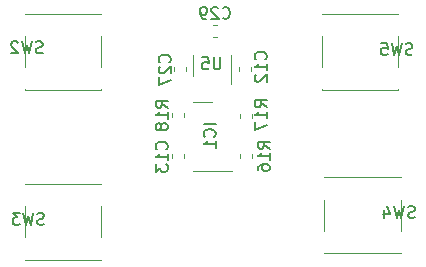
<source format=gbr>
G04 #@! TF.GenerationSoftware,KiCad,Pcbnew,(5.1.6-0-10_14)*
G04 #@! TF.CreationDate,2020-09-10T17:51:43+08:00*
G04 #@! TF.ProjectId,Watch_F4,57617463-685f-4463-942e-6b696361645f,rev?*
G04 #@! TF.SameCoordinates,Original*
G04 #@! TF.FileFunction,Legend,Bot*
G04 #@! TF.FilePolarity,Positive*
%FSLAX46Y46*%
G04 Gerber Fmt 4.6, Leading zero omitted, Abs format (unit mm)*
G04 Created by KiCad (PCBNEW (5.1.6-0-10_14)) date 2020-09-10 17:51:43*
%MOMM*%
%LPD*%
G01*
G04 APERTURE LIST*
%ADD10C,0.120000*%
%ADD11C,0.150000*%
G04 APERTURE END LIST*
D10*
X148406267Y-96500000D02*
X148063733Y-96500000D01*
X148406267Y-97520000D02*
X148063733Y-97520000D01*
X138580000Y-116430000D02*
X138580000Y-116400000D01*
X138580000Y-109970000D02*
X138580000Y-110000000D01*
X132120000Y-109970000D02*
X132120000Y-110000000D01*
X132120000Y-116400000D02*
X132120000Y-116430000D01*
X138580000Y-114500000D02*
X138580000Y-111900000D01*
X132120000Y-116430000D02*
X138580000Y-116430000D01*
X132120000Y-114500000D02*
X132120000Y-111900000D01*
X132120000Y-109970000D02*
X138580000Y-109970000D01*
X163758000Y-102030000D02*
X163758000Y-102000000D01*
X163758000Y-95570000D02*
X163758000Y-95600000D01*
X157298000Y-95570000D02*
X157298000Y-95600000D01*
X157298000Y-102000000D02*
X157298000Y-102030000D01*
X163758000Y-100100000D02*
X163758000Y-97500000D01*
X157298000Y-102030000D02*
X163758000Y-102030000D01*
X157298000Y-100100000D02*
X157298000Y-97500000D01*
X157298000Y-95570000D02*
X163758000Y-95570000D01*
X163950000Y-115880000D02*
X163950000Y-115850000D01*
X163950000Y-109420000D02*
X163950000Y-109450000D01*
X157490000Y-109420000D02*
X157490000Y-109450000D01*
X157490000Y-115850000D02*
X157490000Y-115880000D01*
X163950000Y-113950000D02*
X163950000Y-111350000D01*
X157490000Y-115880000D02*
X163950000Y-115880000D01*
X157490000Y-113950000D02*
X157490000Y-111350000D01*
X157490000Y-109420000D02*
X163950000Y-109420000D01*
X132120000Y-95570000D02*
X132120000Y-95600000D01*
X132120000Y-102030000D02*
X132120000Y-102000000D01*
X138580000Y-102030000D02*
X138580000Y-102000000D01*
X138580000Y-95600000D02*
X138580000Y-95570000D01*
X132120000Y-97500000D02*
X132120000Y-100100000D01*
X138580000Y-95570000D02*
X132120000Y-95570000D01*
X138580000Y-97500000D02*
X138580000Y-100100000D01*
X138580000Y-102030000D02*
X132120000Y-102030000D01*
X146410000Y-100895000D02*
X146410000Y-99095000D01*
X149630000Y-99095000D02*
X149630000Y-101545000D01*
X144740000Y-100073733D02*
X144740000Y-100416267D01*
X145760000Y-100073733D02*
X145760000Y-100416267D01*
X150280000Y-100073733D02*
X150280000Y-100416267D01*
X151300000Y-100073733D02*
X151300000Y-100416267D01*
X145620000Y-104346267D02*
X145620000Y-104003733D01*
X144600000Y-104346267D02*
X144600000Y-104003733D01*
X150360000Y-104048733D02*
X150360000Y-104391267D01*
X151380000Y-104048733D02*
X151380000Y-104391267D01*
X151380000Y-107811267D02*
X151380000Y-107468733D01*
X150360000Y-107811267D02*
X150360000Y-107468733D01*
X148000000Y-103080000D02*
X146360000Y-103080000D01*
X146340000Y-108900000D02*
X149650000Y-108900000D01*
X145630000Y-107816267D02*
X145630000Y-107473733D01*
X144610000Y-107816267D02*
X144610000Y-107473733D01*
D11*
X148877857Y-95937142D02*
X148925476Y-95984761D01*
X149068333Y-96032380D01*
X149163571Y-96032380D01*
X149306428Y-95984761D01*
X149401666Y-95889523D01*
X149449285Y-95794285D01*
X149496904Y-95603809D01*
X149496904Y-95460952D01*
X149449285Y-95270476D01*
X149401666Y-95175238D01*
X149306428Y-95080000D01*
X149163571Y-95032380D01*
X149068333Y-95032380D01*
X148925476Y-95080000D01*
X148877857Y-95127619D01*
X148496904Y-95127619D02*
X148449285Y-95080000D01*
X148354047Y-95032380D01*
X148115952Y-95032380D01*
X148020714Y-95080000D01*
X147973095Y-95127619D01*
X147925476Y-95222857D01*
X147925476Y-95318095D01*
X147973095Y-95460952D01*
X148544523Y-96032380D01*
X147925476Y-96032380D01*
X147449285Y-96032380D02*
X147258809Y-96032380D01*
X147163571Y-95984761D01*
X147115952Y-95937142D01*
X147020714Y-95794285D01*
X146973095Y-95603809D01*
X146973095Y-95222857D01*
X147020714Y-95127619D01*
X147068333Y-95080000D01*
X147163571Y-95032380D01*
X147354047Y-95032380D01*
X147449285Y-95080000D01*
X147496904Y-95127619D01*
X147544523Y-95222857D01*
X147544523Y-95460952D01*
X147496904Y-95556190D01*
X147449285Y-95603809D01*
X147354047Y-95651428D01*
X147163571Y-95651428D01*
X147068333Y-95603809D01*
X147020714Y-95556190D01*
X146973095Y-95460952D01*
X133763333Y-113404761D02*
X133620476Y-113452380D01*
X133382380Y-113452380D01*
X133287142Y-113404761D01*
X133239523Y-113357142D01*
X133191904Y-113261904D01*
X133191904Y-113166666D01*
X133239523Y-113071428D01*
X133287142Y-113023809D01*
X133382380Y-112976190D01*
X133572857Y-112928571D01*
X133668095Y-112880952D01*
X133715714Y-112833333D01*
X133763333Y-112738095D01*
X133763333Y-112642857D01*
X133715714Y-112547619D01*
X133668095Y-112500000D01*
X133572857Y-112452380D01*
X133334761Y-112452380D01*
X133191904Y-112500000D01*
X132858571Y-112452380D02*
X132620476Y-113452380D01*
X132430000Y-112738095D01*
X132239523Y-113452380D01*
X132001428Y-112452380D01*
X131715714Y-112452380D02*
X131096666Y-112452380D01*
X131430000Y-112833333D01*
X131287142Y-112833333D01*
X131191904Y-112880952D01*
X131144285Y-112928571D01*
X131096666Y-113023809D01*
X131096666Y-113261904D01*
X131144285Y-113357142D01*
X131191904Y-113404761D01*
X131287142Y-113452380D01*
X131572857Y-113452380D01*
X131668095Y-113404761D01*
X131715714Y-113357142D01*
X164943333Y-99024761D02*
X164800476Y-99072380D01*
X164562380Y-99072380D01*
X164467142Y-99024761D01*
X164419523Y-98977142D01*
X164371904Y-98881904D01*
X164371904Y-98786666D01*
X164419523Y-98691428D01*
X164467142Y-98643809D01*
X164562380Y-98596190D01*
X164752857Y-98548571D01*
X164848095Y-98500952D01*
X164895714Y-98453333D01*
X164943333Y-98358095D01*
X164943333Y-98262857D01*
X164895714Y-98167619D01*
X164848095Y-98120000D01*
X164752857Y-98072380D01*
X164514761Y-98072380D01*
X164371904Y-98120000D01*
X164038571Y-98072380D02*
X163800476Y-99072380D01*
X163610000Y-98358095D01*
X163419523Y-99072380D01*
X163181428Y-98072380D01*
X162324285Y-98072380D02*
X162800476Y-98072380D01*
X162848095Y-98548571D01*
X162800476Y-98500952D01*
X162705238Y-98453333D01*
X162467142Y-98453333D01*
X162371904Y-98500952D01*
X162324285Y-98548571D01*
X162276666Y-98643809D01*
X162276666Y-98881904D01*
X162324285Y-98977142D01*
X162371904Y-99024761D01*
X162467142Y-99072380D01*
X162705238Y-99072380D01*
X162800476Y-99024761D01*
X162848095Y-98977142D01*
X165143333Y-112834761D02*
X165000476Y-112882380D01*
X164762380Y-112882380D01*
X164667142Y-112834761D01*
X164619523Y-112787142D01*
X164571904Y-112691904D01*
X164571904Y-112596666D01*
X164619523Y-112501428D01*
X164667142Y-112453809D01*
X164762380Y-112406190D01*
X164952857Y-112358571D01*
X165048095Y-112310952D01*
X165095714Y-112263333D01*
X165143333Y-112168095D01*
X165143333Y-112072857D01*
X165095714Y-111977619D01*
X165048095Y-111930000D01*
X164952857Y-111882380D01*
X164714761Y-111882380D01*
X164571904Y-111930000D01*
X164238571Y-111882380D02*
X164000476Y-112882380D01*
X163810000Y-112168095D01*
X163619523Y-112882380D01*
X163381428Y-111882380D01*
X162571904Y-112215714D02*
X162571904Y-112882380D01*
X162810000Y-111834761D02*
X163048095Y-112549047D01*
X162429047Y-112549047D01*
X133633333Y-98884761D02*
X133490476Y-98932380D01*
X133252380Y-98932380D01*
X133157142Y-98884761D01*
X133109523Y-98837142D01*
X133061904Y-98741904D01*
X133061904Y-98646666D01*
X133109523Y-98551428D01*
X133157142Y-98503809D01*
X133252380Y-98456190D01*
X133442857Y-98408571D01*
X133538095Y-98360952D01*
X133585714Y-98313333D01*
X133633333Y-98218095D01*
X133633333Y-98122857D01*
X133585714Y-98027619D01*
X133538095Y-97980000D01*
X133442857Y-97932380D01*
X133204761Y-97932380D01*
X133061904Y-97980000D01*
X132728571Y-97932380D02*
X132490476Y-98932380D01*
X132300000Y-98218095D01*
X132109523Y-98932380D01*
X131871428Y-97932380D01*
X131538095Y-98027619D02*
X131490476Y-97980000D01*
X131395238Y-97932380D01*
X131157142Y-97932380D01*
X131061904Y-97980000D01*
X131014285Y-98027619D01*
X130966666Y-98122857D01*
X130966666Y-98218095D01*
X131014285Y-98360952D01*
X131585714Y-98932380D01*
X130966666Y-98932380D01*
X148696904Y-99287380D02*
X148696904Y-100096904D01*
X148649285Y-100192142D01*
X148601666Y-100239761D01*
X148506428Y-100287380D01*
X148315952Y-100287380D01*
X148220714Y-100239761D01*
X148173095Y-100192142D01*
X148125476Y-100096904D01*
X148125476Y-99287380D01*
X147173095Y-99287380D02*
X147649285Y-99287380D01*
X147696904Y-99763571D01*
X147649285Y-99715952D01*
X147554047Y-99668333D01*
X147315952Y-99668333D01*
X147220714Y-99715952D01*
X147173095Y-99763571D01*
X147125476Y-99858809D01*
X147125476Y-100096904D01*
X147173095Y-100192142D01*
X147220714Y-100239761D01*
X147315952Y-100287380D01*
X147554047Y-100287380D01*
X147649285Y-100239761D01*
X147696904Y-100192142D01*
X144375142Y-99687142D02*
X144422761Y-99639523D01*
X144470380Y-99496666D01*
X144470380Y-99401428D01*
X144422761Y-99258571D01*
X144327523Y-99163333D01*
X144232285Y-99115714D01*
X144041809Y-99068095D01*
X143898952Y-99068095D01*
X143708476Y-99115714D01*
X143613238Y-99163333D01*
X143518000Y-99258571D01*
X143470380Y-99401428D01*
X143470380Y-99496666D01*
X143518000Y-99639523D01*
X143565619Y-99687142D01*
X143565619Y-100068095D02*
X143518000Y-100115714D01*
X143470380Y-100210952D01*
X143470380Y-100449047D01*
X143518000Y-100544285D01*
X143565619Y-100591904D01*
X143660857Y-100639523D01*
X143756095Y-100639523D01*
X143898952Y-100591904D01*
X144470380Y-100020476D01*
X144470380Y-100639523D01*
X143470380Y-100972857D02*
X143470380Y-101639523D01*
X144470380Y-101210952D01*
X152503142Y-99433142D02*
X152550761Y-99385523D01*
X152598380Y-99242666D01*
X152598380Y-99147428D01*
X152550761Y-99004571D01*
X152455523Y-98909333D01*
X152360285Y-98861714D01*
X152169809Y-98814095D01*
X152026952Y-98814095D01*
X151836476Y-98861714D01*
X151741238Y-98909333D01*
X151646000Y-99004571D01*
X151598380Y-99147428D01*
X151598380Y-99242666D01*
X151646000Y-99385523D01*
X151693619Y-99433142D01*
X152598380Y-100385523D02*
X152598380Y-99814095D01*
X152598380Y-100099809D02*
X151598380Y-100099809D01*
X151741238Y-100004571D01*
X151836476Y-99909333D01*
X151884095Y-99814095D01*
X151693619Y-100766476D02*
X151646000Y-100814095D01*
X151598380Y-100909333D01*
X151598380Y-101147428D01*
X151646000Y-101242666D01*
X151693619Y-101290285D01*
X151788857Y-101337904D01*
X151884095Y-101337904D01*
X152026952Y-101290285D01*
X152598380Y-100718857D01*
X152598380Y-101337904D01*
X144216380Y-103532142D02*
X143740190Y-103198809D01*
X144216380Y-102960714D02*
X143216380Y-102960714D01*
X143216380Y-103341666D01*
X143264000Y-103436904D01*
X143311619Y-103484523D01*
X143406857Y-103532142D01*
X143549714Y-103532142D01*
X143644952Y-103484523D01*
X143692571Y-103436904D01*
X143740190Y-103341666D01*
X143740190Y-102960714D01*
X144216380Y-104484523D02*
X144216380Y-103913095D01*
X144216380Y-104198809D02*
X143216380Y-104198809D01*
X143359238Y-104103571D01*
X143454476Y-104008333D01*
X143502095Y-103913095D01*
X143644952Y-105055952D02*
X143597333Y-104960714D01*
X143549714Y-104913095D01*
X143454476Y-104865476D01*
X143406857Y-104865476D01*
X143311619Y-104913095D01*
X143264000Y-104960714D01*
X143216380Y-105055952D01*
X143216380Y-105246428D01*
X143264000Y-105341666D01*
X143311619Y-105389285D01*
X143406857Y-105436904D01*
X143454476Y-105436904D01*
X143549714Y-105389285D01*
X143597333Y-105341666D01*
X143644952Y-105246428D01*
X143644952Y-105055952D01*
X143692571Y-104960714D01*
X143740190Y-104913095D01*
X143835428Y-104865476D01*
X144025904Y-104865476D01*
X144121142Y-104913095D01*
X144168761Y-104960714D01*
X144216380Y-105055952D01*
X144216380Y-105246428D01*
X144168761Y-105341666D01*
X144121142Y-105389285D01*
X144025904Y-105436904D01*
X143835428Y-105436904D01*
X143740190Y-105389285D01*
X143692571Y-105341666D01*
X143644952Y-105246428D01*
X152598380Y-103497142D02*
X152122190Y-103163809D01*
X152598380Y-102925714D02*
X151598380Y-102925714D01*
X151598380Y-103306666D01*
X151646000Y-103401904D01*
X151693619Y-103449523D01*
X151788857Y-103497142D01*
X151931714Y-103497142D01*
X152026952Y-103449523D01*
X152074571Y-103401904D01*
X152122190Y-103306666D01*
X152122190Y-102925714D01*
X152598380Y-104449523D02*
X152598380Y-103878095D01*
X152598380Y-104163809D02*
X151598380Y-104163809D01*
X151741238Y-104068571D01*
X151836476Y-103973333D01*
X151884095Y-103878095D01*
X151598380Y-104782857D02*
X151598380Y-105449523D01*
X152598380Y-105020952D01*
X152852380Y-106997142D02*
X152376190Y-106663809D01*
X152852380Y-106425714D02*
X151852380Y-106425714D01*
X151852380Y-106806666D01*
X151900000Y-106901904D01*
X151947619Y-106949523D01*
X152042857Y-106997142D01*
X152185714Y-106997142D01*
X152280952Y-106949523D01*
X152328571Y-106901904D01*
X152376190Y-106806666D01*
X152376190Y-106425714D01*
X152852380Y-107949523D02*
X152852380Y-107378095D01*
X152852380Y-107663809D02*
X151852380Y-107663809D01*
X151995238Y-107568571D01*
X152090476Y-107473333D01*
X152138095Y-107378095D01*
X151852380Y-108806666D02*
X151852380Y-108616190D01*
X151900000Y-108520952D01*
X151947619Y-108473333D01*
X152090476Y-108378095D01*
X152280952Y-108330476D01*
X152661904Y-108330476D01*
X152757142Y-108378095D01*
X152804761Y-108425714D01*
X152852380Y-108520952D01*
X152852380Y-108711428D01*
X152804761Y-108806666D01*
X152757142Y-108854285D01*
X152661904Y-108901904D01*
X152423809Y-108901904D01*
X152328571Y-108854285D01*
X152280952Y-108806666D01*
X152233333Y-108711428D01*
X152233333Y-108520952D01*
X152280952Y-108425714D01*
X152328571Y-108378095D01*
X152423809Y-108330476D01*
X148280380Y-104941809D02*
X147280380Y-104941809D01*
X148185142Y-105989428D02*
X148232761Y-105941809D01*
X148280380Y-105798952D01*
X148280380Y-105703714D01*
X148232761Y-105560857D01*
X148137523Y-105465619D01*
X148042285Y-105418000D01*
X147851809Y-105370380D01*
X147708952Y-105370380D01*
X147518476Y-105418000D01*
X147423238Y-105465619D01*
X147328000Y-105560857D01*
X147280380Y-105703714D01*
X147280380Y-105798952D01*
X147328000Y-105941809D01*
X147375619Y-105989428D01*
X148280380Y-106941809D02*
X148280380Y-106370380D01*
X148280380Y-106656095D02*
X147280380Y-106656095D01*
X147423238Y-106560857D01*
X147518476Y-106465619D01*
X147566095Y-106370380D01*
X144121142Y-107053142D02*
X144168761Y-107005523D01*
X144216380Y-106862666D01*
X144216380Y-106767428D01*
X144168761Y-106624571D01*
X144073523Y-106529333D01*
X143978285Y-106481714D01*
X143787809Y-106434095D01*
X143644952Y-106434095D01*
X143454476Y-106481714D01*
X143359238Y-106529333D01*
X143264000Y-106624571D01*
X143216380Y-106767428D01*
X143216380Y-106862666D01*
X143264000Y-107005523D01*
X143311619Y-107053142D01*
X144216380Y-108005523D02*
X144216380Y-107434095D01*
X144216380Y-107719809D02*
X143216380Y-107719809D01*
X143359238Y-107624571D01*
X143454476Y-107529333D01*
X143502095Y-107434095D01*
X143216380Y-108338857D02*
X143216380Y-108957904D01*
X143597333Y-108624571D01*
X143597333Y-108767428D01*
X143644952Y-108862666D01*
X143692571Y-108910285D01*
X143787809Y-108957904D01*
X144025904Y-108957904D01*
X144121142Y-108910285D01*
X144168761Y-108862666D01*
X144216380Y-108767428D01*
X144216380Y-108481714D01*
X144168761Y-108386476D01*
X144121142Y-108338857D01*
M02*

</source>
